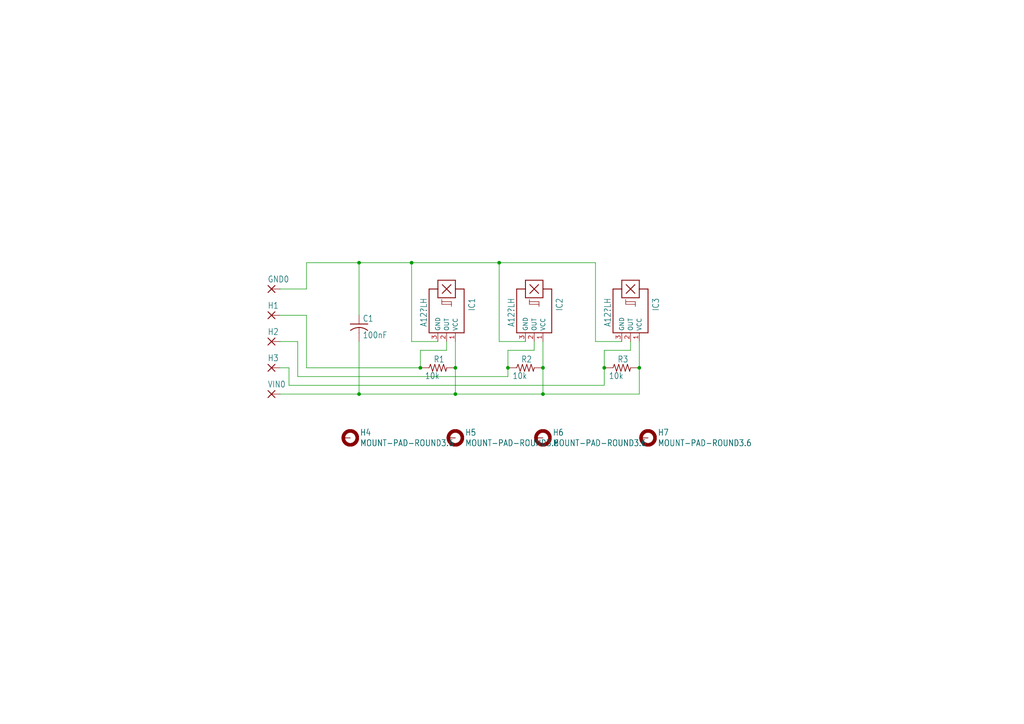
<source format=kicad_sch>
(kicad_sch (version 20230121) (generator eeschema)
  (paper "A4")
  (lib_symbols
    (symbol "Sensor Array-eagle-import:A12?LH"
      (property "Reference" "IC" (at -5.08 6.35 0))
      (symbol "A12?LH_1_0"
        (polyline (pts (xy -10.16 -2.54) (xy -10.16 2.54)) (stroke (width 0.254)))
        (polyline (pts (xy -10.16 2.54) (xy -7.62 2.54)) (stroke (width 0.254)))
        (polyline (pts (xy -8.89 1.27) (xy -6.35 -1.27)) (stroke (width 0.254)))
        (polyline (pts (xy -7.62 -2.54) (xy -10.16 -2.54)) (stroke (width 0.254)))
        (polyline (pts (xy -7.62 -2.54) (xy -7.62 -5.08)) (stroke (width 0.254)))
        (polyline (pts (xy -7.62 2.54) (xy -7.62 5.08)) (stroke (width 0.254)))
        (polyline (pts (xy -7.62 2.54) (xy -5.08 2.54)) (stroke (width 0.254)))
        (polyline (pts (xy -7.62 5.08) (xy 5.08 5.08)) (stroke (width 0.254)))
        (polyline (pts (xy -6.35 1.27) (xy -8.89 -1.27)) (stroke (width 0.254)))
        (polyline (pts (xy -5.08 -2.54) (xy -7.62 -2.54)) (stroke (width 0.254)))
        (polyline (pts (xy -5.08 2.54) (xy -5.08 -2.54)) (stroke (width 0.254)))
        (polyline (pts (xy -4.572 -1.397) (xy -3.937 -1.397)) (stroke (width 0.1524)))
        (polyline (pts (xy -3.937 -1.397) (xy -3.937 1.397)) (stroke (width 0.1524)))
        (polyline (pts (xy -3.937 -1.397) (xy -3.175 -1.397)) (stroke (width 0.1524)))
        (polyline (pts (xy -3.937 1.397) (xy -3.175 1.397)) (stroke (width 0.1524)))
        (polyline (pts (xy -3.175 -1.397) (xy -3.175 1.397)) (stroke (width 0.1524)))
        (polyline (pts (xy -3.175 1.397) (xy -2.54 1.397)) (stroke (width 0.1524)))
        (polyline (pts (xy 5.08 -5.08) (xy -7.62 -5.08)) (stroke (width 0.254)))
        (polyline (pts (xy 5.08 5.08) (xy 5.08 -5.08)) (stroke (width 0.254)))
        (pin power_in line (at 7.62 2.54 180) (length 2.54) (name "VCC") (number "1"))
        (pin output line (at 7.62 0 180) (length 2.54) (name "OUT") (number "2"))
        (pin power_in line (at 7.62 -2.54 180) (length 2.54) (name "GND") (number "3"))
      )
    )
    (symbol "Sensor Array-eagle-import:C-USC0805"
      (property "Reference" "C" (at 1.016 0.635 0))
      (symbol "C-USC0805_1_0"
        (arc (start 0 -1.0161) (mid -1.302 -1.2303) (end -2.4668 -1.8504) (stroke (width 0.254)))
        (polyline (pts (xy -2.54 0) (xy 2.54 0)) (stroke (width 0.254)))
        (polyline (pts (xy 0 -1.016) (xy 0 -2.54)) (stroke (width 0.1524)))
        (arc (start 2.4892 -1.8541) (mid 1.3158 -1.2194) (end 0 -1) (stroke (width 0.254)))
        (pin passive line (at 0 2.54 270) (length 2.54) (name "1") (number "1"))
        (pin passive line (at 0 -5.08 90) (length 2.54) (name "2") (number "2"))
      )
    )
    (symbol "Sensor Array-eagle-import:MOUNT-PAD-ROUND3.6"
      (property "Reference" "H" (at 2.794 0.5842 0))
      (symbol "MOUNT-PAD-ROUND3.6_1_0"
        (arc (start -2.032 -0.254) (mid -1.448 -1.448) (end -0.254 -2.032) (stroke (width 1.016)))
        (arc (start -0.254 2.032) (mid -1.448 1.448) (end -2.032 0.254) (stroke (width 1.016)))
        (circle (center 0 0) (radius 1.524) (stroke (width 0.0508)))
        (arc (start 0.254 -2.032) (mid 1.448 -1.448) (end 2.032 -0.254) (stroke (width 1.016)))
        (arc (start 2.032 0.254) (mid 1.448 1.448) (end 0.254 2.032) (stroke (width 1.016)))
        (pin passive line (at -2.54 0 0) (length 2.54) (name "MOUNT") (number "B3,6"))
      )
    )
    (symbol "Sensor Array-eagle-import:R-US_R0805"
      (property "Reference" "R" (at -3.81 1.4986 0))
      (symbol "R-US_R0805_1_0"
        (polyline (pts (xy -2.54 0) (xy -2.159 1.016)) (stroke (width 0.2032)))
        (polyline (pts (xy -2.159 1.016) (xy -1.524 -1.016)) (stroke (width 0.2032)))
        (polyline (pts (xy -1.524 -1.016) (xy -0.889 1.016)) (stroke (width 0.2032)))
        (polyline (pts (xy -0.889 1.016) (xy -0.254 -1.016)) (stroke (width 0.2032)))
        (polyline (pts (xy -0.254 -1.016) (xy 0.381 1.016)) (stroke (width 0.2032)))
        (polyline (pts (xy 0.381 1.016) (xy 1.016 -1.016)) (stroke (width 0.2032)))
        (polyline (pts (xy 1.016 -1.016) (xy 1.651 1.016)) (stroke (width 0.2032)))
        (polyline (pts (xy 1.651 1.016) (xy 2.286 -1.016)) (stroke (width 0.2032)))
        (polyline (pts (xy 2.286 -1.016) (xy 2.54 0)) (stroke (width 0.2032)))
        (pin passive line (at -5.08 0 0) (length 2.54) (name "1") (number "1"))
        (pin passive line (at 5.08 0 180) (length 2.54) (name "2") (number "2"))
      )
    )
    (symbol "Sensor Array-eagle-import:SMD2"
      (property "Reference" "PAD" (at -1.143 1.8542 0))
      (symbol "SMD2_1_0"
        (polyline (pts (xy -1.016 -1.016) (xy 1.016 1.016)) (stroke (width 0.254)))
        (polyline (pts (xy -1.016 1.016) (xy 1.016 -1.016)) (stroke (width 0.254)))
        (pin passive line (at 2.54 0 180) (length 2.54) (name "P") (number "1"))
      )
    )
  )
  (junction (at 132.08 106.68))
  (junction (at 157.48 114.3))
  (junction (at 157.48 106.68))
  (junction (at 119.38 76.2))
  (junction (at 104.14 114.3))
  (junction (at 104.14 76.2))
  (junction (at 132.08 114.3))
  (junction (at 144.78 76.2))
  (junction (at 121.92 106.68))
  (junction (at 185.42 106.68))
  (junction (at 147.32 106.68))
  (junction (at 175.26 106.68))
  (wire (pts (xy 147.32 106.68) (xy 147.32 109.22)) (stroke (width 0.1524)))
  (wire (pts (xy 81.28 99.06) (xy 86.36 99.06)) (stroke (width 0.1524)))
  (wire (pts (xy 175.26 101.6) (xy 175.26 106.68)) (stroke (width 0.1524)))
  (wire (pts (xy 86.36 99.06) (xy 86.36 109.22)) (stroke (width 0.1524)))
  (wire (pts (xy 132.08 99.06) (xy 132.08 106.68)) (stroke (width 0.1524)))
  (wire (pts (xy 157.48 106.68) (xy 157.48 114.3)) (stroke (width 0.1524)))
  (wire (pts (xy 154.94 101.6) (xy 147.32 101.6)) (stroke (width 0.1524)))
  (wire (pts (xy 172.72 76.2) (xy 144.78 76.2)) (stroke (width 0.1524)))
  (wire (pts (xy 175.26 111.76) (xy 83.82 111.76)) (stroke (width 0.1524)))
  (wire (pts (xy 157.48 99.06) (xy 157.48 106.68)) (stroke (width 0.1524)))
  (wire (pts (xy 182.88 101.6) (xy 175.26 101.6)) (stroke (width 0.1524)))
  (wire (pts (xy 147.32 109.22) (xy 86.36 109.22)) (stroke (width 0.1524)))
  (wire (pts (xy 185.42 114.3) (xy 157.48 114.3)) (stroke (width 0.1524)))
  (wire (pts (xy 81.28 91.44) (xy 88.9 91.44)) (stroke (width 0.1524)))
  (wire (pts (xy 83.82 106.68) (xy 83.82 111.76)) (stroke (width 0.1524)))
  (wire (pts (xy 88.9 91.44) (xy 88.9 106.68)) (stroke (width 0.1524)))
  (wire (pts (xy 180.34 99.06) (xy 172.72 99.06)) (stroke (width 0.1524)))
  (wire (pts (xy 88.9 106.68) (xy 121.92 106.68)) (stroke (width 0.1524)))
  (wire (pts (xy 144.78 99.06) (xy 144.78 76.2)) (stroke (width 0.1524)))
  (wire (pts (xy 88.9 76.2) (xy 104.14 76.2)) (stroke (width 0.1524)))
  (wire (pts (xy 147.32 101.6) (xy 147.32 106.68)) (stroke (width 0.1524)))
  (wire (pts (xy 185.42 106.68) (xy 185.42 114.3)) (stroke (width 0.1524)))
  (wire (pts (xy 81.28 106.68) (xy 83.82 106.68)) (stroke (width 0.1524)))
  (wire (pts (xy 104.14 114.3) (xy 104.14 99.06)) (stroke (width 0.1524)))
  (wire (pts (xy 121.92 101.6) (xy 121.92 106.68)) (stroke (width 0.1524)))
  (wire (pts (xy 144.78 76.2) (xy 119.38 76.2)) (stroke (width 0.1524)))
  (wire (pts (xy 154.94 99.06) (xy 154.94 101.6)) (stroke (width 0.1524)))
  (wire (pts (xy 157.48 114.3) (xy 132.08 114.3)) (stroke (width 0.1524)))
  (wire (pts (xy 104.14 76.2) (xy 104.14 91.44)) (stroke (width 0.1524)))
  (wire (pts (xy 152.4 99.06) (xy 144.78 99.06)) (stroke (width 0.1524)))
  (wire (pts (xy 119.38 76.2) (xy 104.14 76.2)) (stroke (width 0.1524)))
  (wire (pts (xy 127 99.06) (xy 119.38 99.06)) (stroke (width 0.1524)))
  (wire (pts (xy 119.38 99.06) (xy 119.38 76.2)) (stroke (width 0.1524)))
  (wire (pts (xy 88.9 83.82) (xy 88.9 76.2)) (stroke (width 0.1524)))
  (wire (pts (xy 132.08 114.3) (xy 104.14 114.3)) (stroke (width 0.1524)))
  (wire (pts (xy 129.54 101.6) (xy 121.92 101.6)) (stroke (width 0.1524)))
  (wire (pts (xy 182.88 99.06) (xy 182.88 101.6)) (stroke (width 0.1524)))
  (wire (pts (xy 132.08 106.68) (xy 132.08 114.3)) (stroke (width 0.1524)))
  (wire (pts (xy 129.54 99.06) (xy 129.54 101.6)) (stroke (width 0.1524)))
  (wire (pts (xy 81.28 83.82) (xy 88.9 83.82)) (stroke (width 0.1524)))
  (wire (pts (xy 175.26 106.68) (xy 175.26 111.76)) (stroke (width 0.1524)))
  (wire (pts (xy 172.72 99.06) (xy 172.72 76.2)) (stroke (width 0.1524)))
  (wire (pts (xy 185.42 99.06) (xy 185.42 106.68)) (stroke (width 0.1524)))
  (wire (pts (xy 81.28 114.3) (xy 104.14 114.3)) (stroke (width 0.1524)))
  (symbol (lib_id "Sensor Array-eagle-import:R-US_R0805") (at 180.34 106.68 0) (unit 1)
    (property "Reference" "R3" (at 179.07 105.1814 0) (effects (font (size 1.778 1.5113)) (justify left bottom)))
    (property "Value" "10k" (at 176.53 109.982 0) (effects (font (size 1.778 1.5113)) (justify left bottom)))
    (property "Footprint" "Sensor Array:R0805" (effects hide))
    (property "POPULARITY" "10k" (effects hide))
  )
  (symbol (lib_id "Sensor Array-eagle-import:MOUNT-PAD-ROUND3.6") (at 132.08 127 0) (unit 1)
    (property "Reference" "H5" (at 134.874 126.4158 0) (effects (font (size 1.778 1.5113)) (justify left bottom)))
    (property "Value" "MOUNT-PAD-ROUND3.6" (at 134.874 129.4638 0) (effects (font (size 1.778 1.5113)) (justify left bottom)))
    (property "Footprint" "Sensor Array:3,6-PAD" (effects hide))
  )
  (symbol (lib_id "Sensor Array-eagle-import:SMD2") (at 78.74 99.06 0) (unit 1)
    (property "Reference" "H2" (at 77.597 97.2058 0) (effects (font (size 1.778 1.5113)) (justify left bottom)))
    (property "Value" "SMD2" (effects hide))
    (property "Footprint" "Sensor Array:SMD1,27-2,54" (effects hide))
  )
  (symbol (lib_id "Sensor Array-eagle-import:SMD2") (at 78.74 114.3 0) (unit 1)
    (property "Reference" "VIN0" (at 77.597 112.4458 0) (effects (font (size 1.778 1.5113)) (justify left bottom)))
    (property "Value" "SMD2" (effects hide))
    (property "Footprint" "Sensor Array:SMD1,27-2,54" (effects hide))
  )
  (symbol (lib_id "Sensor Array-eagle-import:MOUNT-PAD-ROUND3.6") (at 101.6 127 0) (unit 1)
    (property "Reference" "H4" (at 104.394 126.4158 0) (effects (font (size 1.778 1.5113)) (justify left bottom)))
    (property "Value" "MOUNT-PAD-ROUND3.6" (at 104.394 129.4638 0) (effects (font (size 1.778 1.5113)) (justify left bottom)))
    (property "Footprint" "Sensor Array:3,6-PAD" (effects hide))
  )
  (symbol (lib_id "Sensor Array-eagle-import:SMD2") (at 78.74 83.82 0) (unit 1)
    (property "Reference" "GND0" (at 77.597 81.9658 0) (effects (font (size 1.778 1.5113)) (justify left bottom)))
    (property "Value" "SMD2" (effects hide))
    (property "Footprint" "Sensor Array:SMD1,27-2,54" (effects hide))
  )
  (symbol (lib_id "Sensor Array-eagle-import:A12?LH") (at 182.88 91.44 270) (unit 1)
    (property "Reference" "IC3" (at 189.23 86.36 0) (effects (font (size 1.778 1.5113)) (justify left bottom)))
    (property "Value" "A12?LH" (at 175.26 86.36 0) (effects (font (size 1.778 1.5113)) (justify left bottom)))
    (property "Footprint" "Sensor Array:SOT23-W" (effects hide))
  )
  (symbol (lib_id "Sensor Array-eagle-import:R-US_R0805") (at 152.4 106.68 0) (unit 1)
    (property "Reference" "R2" (at 151.13 105.1814 0) (effects (font (size 1.778 1.5113)) (justify left bottom)))
    (property "Value" "10k" (at 148.59 109.982 0) (effects (font (size 1.778 1.5113)) (justify left bottom)))
    (property "Footprint" "Sensor Array:R0805" (effects hide))
    (property "POPULARITY" "10k" (effects hide))
  )
  (symbol (lib_id "Sensor Array-eagle-import:C-USC0805") (at 104.14 93.98 0) (unit 1)
    (property "Reference" "C1" (at 105.156 93.345 0) (effects (font (size 1.778 1.5113)) (justify left bottom)))
    (property "Value" "100nF" (at 105.156 98.171 0) (effects (font (size 1.778 1.5113)) (justify left bottom)))
    (property "Footprint" "Sensor Array:C0805" (effects hide))
  )
  (symbol (lib_id "Sensor Array-eagle-import:A12?LH") (at 129.54 91.44 270) (unit 1)
    (property "Reference" "IC1" (at 135.89 86.36 0) (effects (font (size 1.778 1.5113)) (justify left bottom)))
    (property "Value" "A12?LH" (at 121.92 86.36 0) (effects (font (size 1.778 1.5113)) (justify left bottom)))
    (property "Footprint" "Sensor Array:SOT23-W" (effects hide))
  )
  (symbol (lib_id "Sensor Array-eagle-import:A12?LH") (at 154.94 91.44 270) (unit 1)
    (property "Reference" "IC2" (at 161.29 86.36 0) (effects (font (size 1.778 1.5113)) (justify left bottom)))
    (property "Value" "A12?LH" (at 147.32 86.36 0) (effects (font (size 1.778 1.5113)) (justify left bottom)))
    (property "Footprint" "Sensor Array:SOT23-W" (effects hide))
  )
  (symbol (lib_id "Sensor Array-eagle-import:SMD2") (at 78.74 106.68 0) (unit 1)
    (property "Reference" "H3" (at 77.597 104.8258 0) (effects (font (size 1.778 1.5113)) (justify left bottom)))
    (property "Value" "SMD2" (effects hide))
    (property "Footprint" "Sensor Array:SMD1,27-2,54" (effects hide))
  )
  (symbol (lib_id "Sensor Array-eagle-import:MOUNT-PAD-ROUND3.6") (at 157.48 127 0) (unit 1)
    (property "Reference" "H6" (at 160.274 126.4158 0) (effects (font (size 1.778 1.5113)) (justify left bottom)))
    (property "Value" "MOUNT-PAD-ROUND3.6" (at 160.274 129.4638 0) (effects (font (size 1.778 1.5113)) (justify left bottom)))
    (property "Footprint" "Sensor Array:3,6-PAD" (effects hide))
  )
  (symbol (lib_id "Sensor Array-eagle-import:MOUNT-PAD-ROUND3.6") (at 187.96 127 0) (unit 1)
    (property "Reference" "H7" (at 190.754 126.4158 0) (effects (font (size 1.778 1.5113)) (justify left bottom)))
    (property "Value" "MOUNT-PAD-ROUND3.6" (at 190.754 129.4638 0) (effects (font (size 1.778 1.5113)) (justify left bottom)))
    (property "Footprint" "Sensor Array:3,6-PAD" (effects hide))
  )
  (symbol (lib_id "Sensor Array-eagle-import:R-US_R0805") (at 127 106.68 0) (unit 1)
    (property "Reference" "R1" (at 125.73 105.1814 0) (effects (font (size 1.778 1.5113)) (justify left bottom)))
    (property "Value" "10k" (at 123.19 109.982 0) (effects (font (size 1.778 1.5113)) (justify left bottom)))
    (property "Footprint" "Sensor Array:R0805" (effects hide))
    (property "POPULARITY" "10k" (effects hide))
  )
  (symbol (lib_id "Sensor Array-eagle-import:SMD2") (at 78.74 91.44 0) (unit 1)
    (property "Reference" "H1" (at 77.597 89.5858 0) (effects (font (size 1.778 1.5113)) (justify left bottom)))
    (property "Value" "SMD2" (effects hide))
    (property "Footprint" "Sensor Array:SMD1,27-2,54" (effects hide))
  )
)
</source>
